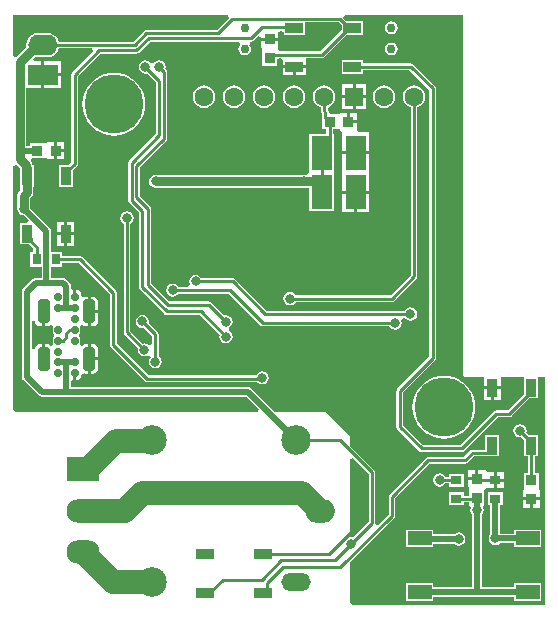
<source format=gbl>
G04*
G04 #@! TF.GenerationSoftware,Altium Limited,Altium Designer,23.4.1 (23)*
G04*
G04 Layer_Physical_Order=2*
G04 Layer_Color=16711680*
%FSLAX44Y44*%
%MOMM*%
G71*
G04*
G04 #@! TF.SameCoordinates,2E05C734-F49D-4732-BD03-9418B1375616*
G04*
G04*
G04 #@! TF.FilePolarity,Positive*
G04*
G01*
G75*
%ADD12C,0.2540*%
%ADD19R,0.8000X0.9500*%
%ADD24R,0.9500X0.9500*%
%ADD25R,0.9500X0.8000*%
%ADD27R,0.9500X0.9500*%
%ADD37R,1.8000X2.9000*%
%ADD72C,2.0000*%
%ADD73C,0.5080*%
%ADD74C,0.7620*%
%ADD75C,0.5000*%
%ADD76C,1.6000*%
%ADD77C,5.0000*%
%ADD78R,1.6000X1.6000*%
%ADD79C,0.7500*%
%ADD80O,2.5000X1.7500*%
%ADD81R,2.5000X1.7500*%
G04:AMPARAMS|DCode=82|XSize=2mm|YSize=1mm|CornerRadius=0.25mm|HoleSize=0mm|Usage=FLASHONLY|Rotation=90.000|XOffset=0mm|YOffset=0mm|HoleType=Round|Shape=RoundedRectangle|*
%AMROUNDEDRECTD82*
21,1,2.0000,0.5000,0,0,90.0*
21,1,1.5000,1.0000,0,0,90.0*
1,1,0.5000,0.2500,0.7500*
1,1,0.5000,0.2500,-0.7500*
1,1,0.5000,-0.2500,-0.7500*
1,1,0.5000,-0.2500,0.7500*
%
%ADD82ROUNDEDRECTD82*%
G04:AMPARAMS|DCode=83|XSize=0.6mm|YSize=0.6mm|CornerRadius=0.15mm|HoleSize=0mm|Usage=FLASHONLY|Rotation=90.000|XOffset=0mm|YOffset=0mm|HoleType=Round|Shape=RoundedRectangle|*
%AMROUNDEDRECTD83*
21,1,0.6000,0.3000,0,0,90.0*
21,1,0.3000,0.6000,0,0,90.0*
1,1,0.3000,0.1500,0.1500*
1,1,0.3000,0.1500,-0.1500*
1,1,0.3000,-0.1500,-0.1500*
1,1,0.3000,-0.1500,0.1500*
%
%ADD83ROUNDEDRECTD83*%
%ADD84O,2.5000X2.0000*%
%ADD85C,2.5000*%
%ADD86O,2.5000X1.5000*%
%ADD87R,2.8000X2.0000*%
%ADD88O,2.8000X2.0000*%
%ADD89C,0.5000*%
%ADD90C,0.8000*%
%ADD91R,2.0000X1.2000*%
%ADD92R,1.5000X0.9000*%
%ADD93R,0.9000X1.5000*%
G36*
X182466Y497460D02*
X172080Y487074D01*
X112750D01*
X111669Y486859D01*
X110753Y486247D01*
X110753Y486247D01*
X101580Y477074D01*
X38675D01*
X37703Y479419D01*
X36060Y481560D01*
X33919Y483203D01*
X31426Y484236D01*
X28750Y484588D01*
X21250D01*
X18574Y484236D01*
X16081Y483203D01*
X13940Y481560D01*
X12297Y479419D01*
X11264Y476926D01*
X10912Y474250D01*
X11078Y472985D01*
X2540Y464447D01*
X100Y465287D01*
X0Y465367D01*
Y500000D01*
X181414D01*
X182466Y497460D01*
D02*
G37*
G36*
X380876Y195000D02*
X381352Y193852D01*
X382500Y193376D01*
X398460D01*
Y185420D01*
X405500D01*
X412540D01*
Y193376D01*
X430054D01*
X432500Y193150D01*
X432500Y190836D01*
Y178684D01*
X418890Y165074D01*
X409000D01*
X409000Y165074D01*
X407919Y164859D01*
X407003Y164247D01*
X407003Y164247D01*
X378330Y135574D01*
X346920D01*
X330074Y152420D01*
Y180330D01*
X356997Y207253D01*
X356997Y207253D01*
X357609Y208169D01*
X357824Y209250D01*
X357824Y209250D01*
Y437500D01*
X357609Y438581D01*
X356997Y439497D01*
X356997Y439497D01*
X338507Y457987D01*
X337591Y458599D01*
X336510Y458814D01*
X336510Y458814D01*
X296015D01*
Y461990D01*
X278015D01*
Y449990D01*
X296015D01*
Y453166D01*
X335340D01*
X352176Y436330D01*
Y210420D01*
X325253Y183497D01*
X324641Y182581D01*
X324426Y181500D01*
X324426Y181500D01*
Y151250D01*
X324426Y151250D01*
X324641Y150169D01*
X325253Y149253D01*
X343753Y130753D01*
X343753Y130753D01*
X344669Y130141D01*
X345750Y129926D01*
X379500D01*
X379500Y129926D01*
X380581Y130141D01*
X381497Y130753D01*
X410170Y159426D01*
X420060D01*
X420060Y159426D01*
X421141Y159641D01*
X422057Y160253D01*
X436954Y175150D01*
X444500D01*
Y190836D01*
X444500Y193150D01*
X446946Y193376D01*
X450000D01*
Y0D01*
X288040D01*
X285500Y2540D01*
Y36506D01*
X322627Y73633D01*
X322627Y73633D01*
X323239Y74549D01*
X323454Y75630D01*
Y90710D01*
X352672Y119928D01*
X382752D01*
X382752Y119928D01*
X383833Y120143D01*
X384749Y120755D01*
X390189Y126195D01*
X399500D01*
Y126150D01*
X411500D01*
Y144150D01*
X399500D01*
Y131843D01*
X389019D01*
X387938Y131628D01*
X387022Y131016D01*
X387022Y131016D01*
X381582Y125576D01*
X351502D01*
X351502Y125576D01*
X350421Y125361D01*
X349505Y124749D01*
X349505Y124749D01*
X318633Y93877D01*
X318021Y92961D01*
X317806Y91880D01*
X317806Y91880D01*
Y76800D01*
X308893Y67887D01*
X306552Y69138D01*
X306574Y69250D01*
Y112500D01*
X306574Y112500D01*
X306359Y113581D01*
X305747Y114497D01*
X305747Y114497D01*
X285500Y134744D01*
Y142533D01*
X264381Y163652D01*
X221616D01*
X201634Y183634D01*
X200311Y184518D01*
X198750Y184828D01*
X198750Y184828D01*
X49078D01*
Y189464D01*
X50500Y190631D01*
X50730D01*
Y196250D01*
X53270D01*
Y190631D01*
X53500D01*
X55076Y190944D01*
X56413Y191837D01*
X57306Y193174D01*
X57619Y194750D01*
Y194927D01*
X59387Y196185D01*
X60159Y196438D01*
X61800Y196111D01*
X63030D01*
Y208750D01*
Y221389D01*
X61800D01*
X59833Y220998D01*
X58166Y219884D01*
X56326Y221437D01*
X56559Y222607D01*
Y225607D01*
X56326Y226778D01*
X55663Y227770D01*
Y229730D01*
X56326Y230722D01*
X56559Y231893D01*
Y234893D01*
X56326Y236063D01*
X58166Y237616D01*
X59833Y236502D01*
X61800Y236111D01*
X63030D01*
Y248750D01*
Y261389D01*
X61800D01*
X60159Y261062D01*
X59387Y261315D01*
X57619Y262573D01*
Y262750D01*
X57306Y264326D01*
X56413Y265663D01*
X55076Y266556D01*
X53500Y266869D01*
X53270D01*
Y261250D01*
X50730D01*
Y266869D01*
X50500D01*
X49078Y268036D01*
Y270250D01*
X48768Y271811D01*
X47884Y273134D01*
X47884Y273134D01*
X44955Y276063D01*
X43632Y276947D01*
X42071Y277257D01*
X42071Y277257D01*
X32078D01*
Y286750D01*
X41500D01*
Y290176D01*
X55330D01*
X81926Y263580D01*
Y220500D01*
X81926Y220500D01*
X82141Y219419D01*
X82753Y218503D01*
X111503Y189753D01*
X111503Y189753D01*
X112419Y189141D01*
X113500Y188926D01*
X113500Y188926D01*
X206523D01*
X206785Y188535D01*
X208604Y187319D01*
X210750Y186892D01*
X212896Y187319D01*
X214715Y188535D01*
X215931Y190354D01*
X216358Y192500D01*
X215931Y194646D01*
X214715Y196465D01*
X212896Y197681D01*
X210750Y198108D01*
X208604Y197681D01*
X206785Y196465D01*
X205569Y194646D01*
X205555Y194574D01*
X114670D01*
X87574Y221670D01*
Y264750D01*
X87574Y264750D01*
X87359Y265831D01*
X86747Y266747D01*
X86747Y266747D01*
X58497Y294997D01*
X57581Y295609D01*
X56500Y295824D01*
X56500Y295824D01*
X41500D01*
Y299250D01*
X32078D01*
Y316500D01*
X32078Y316500D01*
X31768Y318061D01*
X30884Y319384D01*
X30884Y319384D01*
X14318Y335950D01*
X14164Y336724D01*
Y344507D01*
X15278Y345622D01*
X15278Y345622D01*
X16452Y347378D01*
X16864Y349450D01*
Y354435D01*
X17450D01*
Y372435D01*
X16174Y372490D01*
X15762Y374562D01*
X14661Y376210D01*
X14752Y376661D01*
X15749Y378750D01*
X26170D01*
X26250Y378750D01*
X28710Y378557D01*
Y377710D01*
X34730D01*
Y385000D01*
Y392290D01*
X28710D01*
Y391443D01*
X26250Y391250D01*
X26170Y391250D01*
X13750D01*
Y389119D01*
X11164D01*
Y437960D01*
X23730D01*
Y449250D01*
Y460540D01*
X17265D01*
X16318Y462827D01*
X17995Y464504D01*
X18574Y464264D01*
X21250Y463912D01*
X28750D01*
X31426Y464264D01*
X33919Y465297D01*
X36060Y466940D01*
X37703Y469081D01*
X38675Y471426D01*
X66863D01*
X67835Y469079D01*
X50003Y451247D01*
X49391Y450331D01*
X49176Y449250D01*
X49176Y449250D01*
Y375155D01*
X46456Y372435D01*
X38450D01*
Y354435D01*
X50450D01*
Y368441D01*
X53997Y371988D01*
X53997Y371988D01*
X54609Y372904D01*
X54824Y373985D01*
Y448080D01*
X73670Y466926D01*
X104256D01*
X104256Y466926D01*
X105337Y467141D01*
X106253Y467753D01*
X115676Y477176D01*
X191221D01*
X191942Y475442D01*
X192115Y474636D01*
X191055Y473048D01*
X190647Y471000D01*
X191055Y468952D01*
X192215Y467215D01*
X193952Y466055D01*
X196000Y465647D01*
X198048Y466055D01*
X199785Y467215D01*
X200945Y468952D01*
X201353Y471000D01*
X200945Y473048D01*
X199885Y474636D01*
X200058Y475442D01*
X200779Y477176D01*
X201000D01*
X201000Y477176D01*
X202081Y477391D01*
X202997Y478003D01*
X207363Y482369D01*
X209710Y481397D01*
Y480270D01*
X217000D01*
X224290D01*
Y485130D01*
X226819Y486317D01*
X229015Y485725D01*
Y482990D01*
X247015D01*
Y493676D01*
X275310D01*
X278015Y490971D01*
Y487009D01*
X259830Y468824D01*
X225667D01*
X225073Y469494D01*
X224290Y471710D01*
X224290D01*
Y477730D01*
X217000D01*
X209710D01*
Y471710D01*
X210557D01*
X210750Y469250D01*
X210750D01*
Y456750D01*
X223250D01*
Y462488D01*
X225451Y463069D01*
X227975Y461873D01*
Y457260D01*
X248055D01*
X248055Y463030D01*
X250534Y463176D01*
X261000D01*
X261000Y463176D01*
X262081Y463391D01*
X262997Y464003D01*
X281984Y482990D01*
X296015D01*
Y494990D01*
X281984D01*
X279514Y497460D01*
X280566Y500000D01*
X380876D01*
X380876Y195000D01*
D02*
G37*
G36*
X5346Y370247D02*
Y364125D01*
X5450Y363602D01*
Y354435D01*
X6036D01*
Y351693D01*
X4922Y350578D01*
X3748Y348822D01*
X3336Y346750D01*
X3336Y346750D01*
Y336724D01*
X3142Y335750D01*
X3569Y333604D01*
X4785Y331785D01*
X6604Y330569D01*
X8550Y330182D01*
X12951Y325782D01*
X11979Y323435D01*
X5450D01*
Y305435D01*
X13321D01*
X16966Y301790D01*
X16315Y299250D01*
X14500D01*
Y286750D01*
X23922D01*
Y277257D01*
X19179D01*
X19179Y277257D01*
X17618Y276947D01*
X16295Y276063D01*
X8616Y268384D01*
X7732Y267061D01*
X7422Y265500D01*
X7422Y265500D01*
Y193500D01*
X7422Y193500D01*
X7732Y191939D01*
X8616Y190616D01*
X21366Y177866D01*
X22689Y176982D01*
X24250Y176672D01*
X24250Y176672D01*
X44750D01*
X44750Y176672D01*
X44750Y176672D01*
X197061D01*
X207734Y165999D01*
X206762Y163652D01*
X2540Y163652D01*
X0Y166192D01*
Y372133D01*
X100Y372213D01*
X2540Y373053D01*
X5346Y370247D01*
D02*
G37*
G36*
X26970Y236111D02*
X28200D01*
X30166Y236502D01*
X31834Y237616D01*
X33674Y236063D01*
X33441Y234893D01*
Y231893D01*
X33674Y230722D01*
X34337Y229730D01*
Y227770D01*
X33674Y226778D01*
X33441Y225607D01*
Y222607D01*
X33674Y221437D01*
X31834Y219884D01*
X30166Y220998D01*
X28200Y221389D01*
X26970D01*
Y208750D01*
X24430D01*
Y221389D01*
X23200D01*
X21233Y220998D01*
X19566Y219884D01*
X18452Y218216D01*
X18118Y216537D01*
X15578Y216787D01*
Y240713D01*
X18118Y240963D01*
X18452Y239284D01*
X19566Y237616D01*
X21233Y236502D01*
X23200Y236111D01*
X24430D01*
Y248750D01*
X26970D01*
Y236111D01*
D02*
G37*
G36*
X300926Y111330D02*
Y70420D01*
X288040Y57534D01*
X285500Y58162D01*
X285500Y123437D01*
X287847Y124409D01*
X300926Y111330D01*
D02*
G37*
%LPC*%
G36*
X320000Y494353D02*
X317952Y493945D01*
X316215Y492785D01*
X315055Y491048D01*
X314647Y489000D01*
X315055Y486952D01*
X316215Y485215D01*
X317952Y484055D01*
X320000Y483647D01*
X322048Y484055D01*
X323785Y485215D01*
X324945Y486952D01*
X325353Y489000D01*
X324945Y491048D01*
X323785Y492785D01*
X322048Y493945D01*
X320000Y494353D01*
D02*
G37*
G36*
Y476353D02*
X317952Y475945D01*
X316215Y474785D01*
X315055Y473049D01*
X314647Y471000D01*
X315055Y468952D01*
X316215Y467215D01*
X317952Y466055D01*
X320000Y465647D01*
X322048Y466055D01*
X323785Y467215D01*
X324945Y468952D01*
X325353Y471000D01*
X324945Y473049D01*
X323785Y474785D01*
X322048Y475945D01*
X320000Y476353D01*
D02*
G37*
G36*
X123500Y461358D02*
X121354Y460931D01*
X119535Y459715D01*
X119093Y459054D01*
X116157D01*
X115715Y459715D01*
X113896Y460931D01*
X111750Y461358D01*
X109604Y460931D01*
X107785Y459715D01*
X106569Y457896D01*
X106142Y455750D01*
X106569Y453604D01*
X107785Y451785D01*
X109604Y450569D01*
X111750Y450142D01*
X113096Y450410D01*
X120426Y443080D01*
Y398920D01*
X98213Y376707D01*
X97601Y375791D01*
X97386Y374710D01*
X97386Y374710D01*
Y342540D01*
X97386Y342540D01*
X97601Y341459D01*
X98213Y340543D01*
X106176Y332580D01*
Y269625D01*
X106176Y269625D01*
X106391Y268544D01*
X107003Y267628D01*
X127878Y246753D01*
X127878Y246753D01*
X128794Y246141D01*
X129875Y245926D01*
X129875Y245926D01*
X157580D01*
X174660Y228846D01*
X174392Y227500D01*
X174819Y225354D01*
X176035Y223535D01*
X177854Y222319D01*
X180000Y221892D01*
X182146Y222319D01*
X183965Y223535D01*
X185181Y225354D01*
X185608Y227500D01*
X185181Y229646D01*
X183965Y231465D01*
X182658Y232339D01*
X182439Y233398D01*
Y234102D01*
X182658Y235161D01*
X183965Y236035D01*
X185181Y237854D01*
X185608Y240000D01*
X185181Y242146D01*
X183965Y243965D01*
X182146Y245181D01*
X180000Y245608D01*
X178654Y245340D01*
X167655Y256339D01*
X166739Y256951D01*
X165658Y257166D01*
X165658Y257166D01*
X132078D01*
X116574Y272670D01*
Y335750D01*
X116359Y336831D01*
X115747Y337747D01*
X107074Y346420D01*
Y370580D01*
X129497Y393003D01*
X130109Y393919D01*
X130324Y395000D01*
X130324Y395000D01*
Y451750D01*
X130109Y452831D01*
X129497Y453747D01*
X129497Y453747D01*
X128840Y454404D01*
X129108Y455750D01*
X128681Y457896D01*
X127465Y459715D01*
X125646Y460931D01*
X123500Y461358D01*
D02*
G37*
G36*
X40040Y460540D02*
X26270D01*
Y450520D01*
X40040D01*
Y460540D01*
D02*
G37*
G36*
X248055Y454720D02*
X239285D01*
Y448950D01*
X248055D01*
Y454720D01*
D02*
G37*
G36*
X236745D02*
X227975D01*
Y448950D01*
X236745D01*
Y454720D01*
D02*
G37*
G36*
X40040Y447980D02*
X26270D01*
Y437960D01*
X40040D01*
Y447980D01*
D02*
G37*
G36*
X299040Y441140D02*
X289770D01*
Y431870D01*
X299040D01*
Y441140D01*
D02*
G37*
G36*
X287230D02*
X277960D01*
Y431870D01*
X287230D01*
Y441140D01*
D02*
G37*
G36*
X313900Y440182D02*
X311420Y439855D01*
X309109Y438898D01*
X307125Y437375D01*
X305602Y435391D01*
X304645Y433080D01*
X304318Y430600D01*
X304645Y428120D01*
X305602Y425809D01*
X307125Y423825D01*
X309109Y422302D01*
X311420Y421344D01*
X313900Y421018D01*
X316380Y421344D01*
X318691Y422302D01*
X320676Y423825D01*
X322198Y425809D01*
X323156Y428120D01*
X323482Y430600D01*
X323156Y433080D01*
X322198Y435391D01*
X320676Y437375D01*
X318691Y438898D01*
X316380Y439855D01*
X313900Y440182D01*
D02*
G37*
G36*
X237700D02*
X235220Y439855D01*
X232909Y438898D01*
X230925Y437375D01*
X229402Y435391D01*
X228445Y433080D01*
X228118Y430600D01*
X228445Y428120D01*
X229402Y425809D01*
X230925Y423825D01*
X232909Y422302D01*
X235220Y421344D01*
X237700Y421018D01*
X240180Y421344D01*
X242491Y422302D01*
X244475Y423825D01*
X245998Y425809D01*
X246956Y428120D01*
X247282Y430600D01*
X246956Y433080D01*
X245998Y435391D01*
X244475Y437375D01*
X242491Y438898D01*
X240180Y439855D01*
X237700Y440182D01*
D02*
G37*
G36*
X212300D02*
X209820Y439855D01*
X207509Y438898D01*
X205525Y437375D01*
X204002Y435391D01*
X203045Y433080D01*
X202718Y430600D01*
X203045Y428120D01*
X204002Y425809D01*
X205525Y423825D01*
X207509Y422302D01*
X209820Y421344D01*
X212300Y421018D01*
X214780Y421344D01*
X217091Y422302D01*
X219076Y423825D01*
X220598Y425809D01*
X221556Y428120D01*
X221882Y430600D01*
X221556Y433080D01*
X220598Y435391D01*
X219076Y437375D01*
X217091Y438898D01*
X214780Y439855D01*
X212300Y440182D01*
D02*
G37*
G36*
X186900D02*
X184420Y439855D01*
X182109Y438898D01*
X180125Y437375D01*
X178602Y435391D01*
X177645Y433080D01*
X177318Y430600D01*
X177645Y428120D01*
X178602Y425809D01*
X180125Y423825D01*
X182109Y422302D01*
X184420Y421344D01*
X186900Y421018D01*
X189380Y421344D01*
X191691Y422302D01*
X193675Y423825D01*
X195198Y425809D01*
X196155Y428120D01*
X196482Y430600D01*
X196155Y433080D01*
X195198Y435391D01*
X193675Y437375D01*
X191691Y438898D01*
X189380Y439855D01*
X186900Y440182D01*
D02*
G37*
G36*
X161500D02*
X159020Y439855D01*
X156709Y438898D01*
X154725Y437375D01*
X153202Y435391D01*
X152245Y433080D01*
X151918Y430600D01*
X152245Y428120D01*
X153202Y425809D01*
X154725Y423825D01*
X156709Y422302D01*
X159020Y421344D01*
X161500Y421018D01*
X163980Y421344D01*
X166291Y422302D01*
X168276Y423825D01*
X169798Y425809D01*
X170756Y428120D01*
X171082Y430600D01*
X170756Y433080D01*
X169798Y435391D01*
X168276Y437375D01*
X166291Y438898D01*
X163980Y439855D01*
X161500Y440182D01*
D02*
G37*
G36*
X299040Y429330D02*
X289770D01*
Y420060D01*
X299040D01*
Y429330D01*
D02*
G37*
G36*
X287230D02*
X277960D01*
Y420060D01*
X287230D01*
Y429330D01*
D02*
G37*
G36*
X291040Y416540D02*
X285020D01*
Y410520D01*
X291040D01*
Y416540D01*
D02*
G37*
G36*
X85160Y450832D02*
X81002Y450505D01*
X76946Y449531D01*
X73092Y447935D01*
X69535Y445755D01*
X66364Y443046D01*
X63655Y439874D01*
X61475Y436318D01*
X59879Y432464D01*
X58905Y428408D01*
X58578Y424250D01*
X58905Y420092D01*
X59879Y416036D01*
X61475Y412182D01*
X63655Y408625D01*
X66364Y405454D01*
X69535Y402745D01*
X73092Y400565D01*
X76946Y398969D01*
X81002Y397995D01*
X85160Y397668D01*
X89318Y397995D01*
X93374Y398969D01*
X97228Y400565D01*
X100785Y402745D01*
X103956Y405454D01*
X106665Y408625D01*
X108845Y412182D01*
X110441Y416036D01*
X111415Y420092D01*
X111742Y424250D01*
X111415Y428408D01*
X110441Y432464D01*
X108845Y436318D01*
X106665Y439874D01*
X103956Y443046D01*
X100785Y445755D01*
X97228Y447935D01*
X93374Y449531D01*
X89318Y450505D01*
X85160Y450832D01*
D02*
G37*
G36*
X43290Y392290D02*
X37270D01*
Y386270D01*
X43290D01*
Y392290D01*
D02*
G37*
G36*
X263100Y440182D02*
X260620Y439855D01*
X258309Y438898D01*
X256325Y437375D01*
X254802Y435391D01*
X253845Y433080D01*
X253518Y430600D01*
X253845Y428120D01*
X254802Y425809D01*
X256325Y423825D01*
X258309Y422302D01*
X260276Y421487D01*
Y418790D01*
X260276Y418790D01*
X260491Y417709D01*
X261103Y416793D01*
X261446Y416450D01*
Y412730D01*
X261446Y412730D01*
X261500Y412457D01*
Y403000D01*
X264926D01*
Y399250D01*
X250500D01*
Y367250D01*
X250500D01*
Y366954D01*
X248513Y364414D01*
X247474D01*
X246500Y364608D01*
X245526Y364414D01*
X121474D01*
X120500Y364608D01*
X118354Y364181D01*
X116535Y362965D01*
X115319Y361146D01*
X114892Y359000D01*
X115319Y356854D01*
X116535Y355035D01*
X118354Y353819D01*
X120500Y353392D01*
X121474Y353586D01*
X245526D01*
X246500Y353392D01*
X247474Y353586D01*
X250500D01*
Y333750D01*
X271500D01*
Y365750D01*
X271500D01*
Y367250D01*
X271500D01*
Y399250D01*
X270574D01*
Y403000D01*
X273920D01*
X274000Y403000D01*
X276460Y402807D01*
Y401960D01*
X276612D01*
X278460Y400290D01*
X278460Y399420D01*
Y384520D01*
X290000D01*
X301540D01*
Y400290D01*
X292888D01*
X291040Y401960D01*
X291040Y402830D01*
Y407980D01*
X283750D01*
Y409250D01*
X282480D01*
Y416540D01*
X276460D01*
Y415693D01*
X274000Y415500D01*
X273920Y415500D01*
X268466D01*
X267094Y417620D01*
X266879Y418701D01*
X266586Y419141D01*
X266937Y421427D01*
X267147Y421993D01*
X267891Y422302D01*
X269876Y423825D01*
X271398Y425809D01*
X272355Y428120D01*
X272682Y430600D01*
X272355Y433080D01*
X271398Y435391D01*
X269876Y437375D01*
X267891Y438898D01*
X265580Y439855D01*
X263100Y440182D01*
D02*
G37*
G36*
X43290Y383730D02*
X37270D01*
Y377710D01*
X43290D01*
Y383730D01*
D02*
G37*
G36*
X301540Y381980D02*
X290000D01*
X278460D01*
Y366210D01*
Y351020D01*
X290000D01*
X301540D01*
Y366210D01*
Y381980D01*
D02*
G37*
G36*
Y348480D02*
X291270D01*
Y332710D01*
X301540D01*
Y348480D01*
D02*
G37*
G36*
X288730D02*
X278460D01*
Y332710D01*
X288730D01*
Y348480D01*
D02*
G37*
G36*
X51490Y324475D02*
X45720D01*
Y315705D01*
X51490D01*
Y324475D01*
D02*
G37*
G36*
X43180D02*
X37410D01*
Y315705D01*
X43180D01*
Y324475D01*
D02*
G37*
G36*
X51490Y313165D02*
X45720D01*
Y304395D01*
X51490D01*
Y313165D01*
D02*
G37*
G36*
X43180D02*
X37410D01*
Y304395D01*
X43180D01*
Y313165D01*
D02*
G37*
G36*
X154463Y279895D02*
X152317Y279468D01*
X150498Y278252D01*
X149282Y276433D01*
X148855Y274287D01*
X149282Y272141D01*
X149300Y272114D01*
X147942Y269574D01*
X139728D01*
X138965Y270715D01*
X137146Y271931D01*
X135000Y272358D01*
X132854Y271931D01*
X131035Y270715D01*
X129819Y268896D01*
X129392Y266750D01*
X129819Y264604D01*
X131035Y262785D01*
X132854Y261569D01*
X135000Y261142D01*
X137146Y261569D01*
X138965Y262785D01*
X139728Y263926D01*
X182330D01*
X209003Y237253D01*
X209919Y236641D01*
X211000Y236426D01*
X211000Y236426D01*
X318272D01*
X319285Y234909D01*
X321104Y233694D01*
X323250Y233267D01*
X325396Y233694D01*
X327215Y234909D01*
X328431Y236729D01*
X328858Y238875D01*
X328500Y240671D01*
X329995Y242903D01*
X331999Y242962D01*
X332285Y242535D01*
X334104Y241319D01*
X336250Y240892D01*
X338396Y241319D01*
X340215Y242535D01*
X341431Y244354D01*
X341858Y246500D01*
X341431Y248646D01*
X340215Y250465D01*
X338396Y251681D01*
X336250Y252108D01*
X334104Y251681D01*
X332285Y250465D01*
X331522Y249324D01*
X214670D01*
X187710Y276284D01*
X186794Y276896D01*
X185713Y277111D01*
X185713Y277111D01*
X159191D01*
X158428Y278252D01*
X156609Y279468D01*
X154463Y279895D01*
D02*
G37*
G36*
X339300Y440182D02*
X336820Y439855D01*
X334509Y438898D01*
X332525Y437375D01*
X331002Y435391D01*
X330045Y433080D01*
X329718Y430600D01*
X330045Y428120D01*
X331002Y425809D01*
X332525Y423825D01*
X334509Y422302D01*
X336476Y421487D01*
Y279510D01*
X319398Y262432D01*
X238978D01*
X238215Y263573D01*
X236396Y264789D01*
X234250Y265215D01*
X232104Y264789D01*
X230285Y263573D01*
X229069Y261754D01*
X228642Y259608D01*
X229069Y257462D01*
X230285Y255643D01*
X232104Y254427D01*
X234250Y254000D01*
X236396Y254427D01*
X238215Y255643D01*
X238978Y256784D01*
X320568D01*
X320568Y256783D01*
X321649Y256998D01*
X322565Y257611D01*
X341297Y276343D01*
X341297Y276343D01*
X341909Y277259D01*
X342124Y278340D01*
X342124Y278340D01*
Y421487D01*
X344091Y422302D01*
X346076Y423825D01*
X347598Y425809D01*
X348555Y428120D01*
X348882Y430600D01*
X348555Y433080D01*
X347598Y435391D01*
X346076Y437375D01*
X344091Y438898D01*
X341780Y439855D01*
X339300Y440182D01*
D02*
G37*
G36*
X66800Y261389D02*
X65570D01*
Y250020D01*
X71939D01*
Y256250D01*
X71548Y258216D01*
X70434Y259884D01*
X68766Y260998D01*
X66800Y261389D01*
D02*
G37*
G36*
X71939Y247480D02*
X65570D01*
Y236111D01*
X66800D01*
X68766Y236502D01*
X70434Y237616D01*
X71548Y239284D01*
X71939Y241250D01*
Y247480D01*
D02*
G37*
G36*
X66800Y221389D02*
X65570D01*
Y210020D01*
X71939D01*
Y216250D01*
X71548Y218216D01*
X70434Y219884D01*
X68766Y220998D01*
X66800Y221389D01*
D02*
G37*
G36*
X96250Y333358D02*
X94104Y332931D01*
X92285Y331715D01*
X91069Y329896D01*
X90642Y327750D01*
X91069Y325604D01*
X92285Y323785D01*
X93426Y323022D01*
Y231000D01*
X93426Y231000D01*
X93641Y229919D01*
X94253Y229003D01*
X105660Y217596D01*
X105392Y216250D01*
X105819Y214104D01*
X107035Y212285D01*
X108854Y211069D01*
X111000Y210642D01*
X113146Y211069D01*
X114748Y212140D01*
X116285Y210215D01*
X115069Y208396D01*
X114642Y206250D01*
X115069Y204104D01*
X116285Y202285D01*
X118104Y201069D01*
X120250Y200642D01*
X122396Y201069D01*
X124215Y202285D01*
X125431Y204104D01*
X125858Y206250D01*
X125431Y208396D01*
X124215Y210215D01*
X123074Y210978D01*
Y229250D01*
X123074Y229250D01*
X122859Y230331D01*
X122247Y231247D01*
X114590Y238904D01*
X114858Y240250D01*
X114431Y242396D01*
X113215Y244215D01*
X111396Y245431D01*
X109250Y245858D01*
X107104Y245431D01*
X105285Y244215D01*
X104069Y242396D01*
X103642Y240250D01*
X104069Y238104D01*
X105285Y236285D01*
X107104Y235069D01*
X109250Y234642D01*
X110596Y234910D01*
X117426Y228080D01*
Y221105D01*
X115370Y220361D01*
X114886Y220268D01*
X113146Y221431D01*
X111000Y221858D01*
X109654Y221590D01*
X99074Y232170D01*
Y323022D01*
X100215Y323785D01*
X101431Y325604D01*
X101858Y327750D01*
X101431Y329896D01*
X100215Y331715D01*
X98396Y332931D01*
X96250Y333358D01*
D02*
G37*
G36*
X71939Y207480D02*
X65570D01*
Y196111D01*
X66800D01*
X68766Y196502D01*
X70434Y197616D01*
X71548Y199284D01*
X71939Y201250D01*
Y207480D01*
D02*
G37*
G36*
X412540Y182880D02*
X406770D01*
Y174110D01*
X412540D01*
Y182880D01*
D02*
G37*
G36*
X404230D02*
X398460D01*
Y174110D01*
X404230D01*
Y182880D01*
D02*
G37*
G36*
X364560Y194292D02*
X360402Y193965D01*
X356346Y192991D01*
X352492Y191395D01*
X348936Y189215D01*
X345764Y186506D01*
X343055Y183335D01*
X340875Y179778D01*
X339279Y175924D01*
X338305Y171868D01*
X337978Y167710D01*
X338305Y163552D01*
X339279Y159496D01*
X340875Y155642D01*
X343055Y152086D01*
X345764Y148914D01*
X348936Y146205D01*
X352492Y144025D01*
X356346Y142429D01*
X360402Y141455D01*
X364560Y141128D01*
X368718Y141455D01*
X372774Y142429D01*
X376628Y144025D01*
X380185Y146205D01*
X383356Y148914D01*
X386065Y152086D01*
X388245Y155642D01*
X389841Y159496D01*
X390815Y163552D01*
X391142Y167710D01*
X390815Y171868D01*
X389841Y175924D01*
X388245Y179778D01*
X386065Y183335D01*
X383356Y186506D01*
X380185Y189215D01*
X376628Y191395D01*
X372774Y192991D01*
X368718Y193965D01*
X364560Y194292D01*
D02*
G37*
G36*
X391230Y114290D02*
X385210D01*
Y108270D01*
X391230D01*
Y114290D01*
D02*
G37*
G36*
X409270Y112540D02*
Y107270D01*
X415290D01*
Y112540D01*
X409270D01*
D02*
G37*
G36*
X361000Y111608D02*
X358854Y111181D01*
X357035Y109965D01*
X355819Y108146D01*
X355392Y106000D01*
X355819Y103854D01*
X357035Y102035D01*
X358854Y100819D01*
X361000Y100392D01*
X363146Y100819D01*
X364965Y102035D01*
X365728Y103176D01*
X368750D01*
Y100500D01*
X381250D01*
Y111500D01*
X368750D01*
Y108824D01*
X365728D01*
X364965Y109965D01*
X363146Y111181D01*
X361000Y111608D01*
D02*
G37*
G36*
X415290Y104730D02*
X409270D01*
Y99460D01*
X415290D01*
Y104730D01*
D02*
G37*
G36*
X399790Y114290D02*
X398895Y114290D01*
X393770D01*
Y107000D01*
X392500D01*
Y105730D01*
X385210D01*
Y99710D01*
X386057D01*
X386250Y97250D01*
X386250Y97170D01*
Y92824D01*
X381250D01*
Y95500D01*
X368750D01*
Y84500D01*
X381250D01*
Y87176D01*
X385974D01*
X386250Y84750D01*
X386250D01*
X387263Y82520D01*
X387282Y82210D01*
X386892Y80250D01*
X387319Y78104D01*
X388381Y76515D01*
Y15619D01*
X355500D01*
Y19000D01*
X332500D01*
Y4000D01*
X355500D01*
Y7381D01*
X424000D01*
Y4000D01*
X447000D01*
Y19000D01*
X424000D01*
Y15619D01*
X396619D01*
Y76515D01*
X397681Y78104D01*
X398108Y80250D01*
X397718Y82210D01*
X397737Y82520D01*
X398750Y84750D01*
X398750D01*
Y97170D01*
X398879Y97933D01*
X400710Y99460D01*
X402226Y99460D01*
X406730D01*
Y106000D01*
Y112540D01*
X401605Y112540D01*
X399790Y114290D01*
D02*
G37*
G36*
X429000Y153358D02*
X426854Y152931D01*
X425035Y151715D01*
X423819Y149896D01*
X423392Y147750D01*
X423819Y145604D01*
X425035Y143785D01*
X426854Y142569D01*
X429000Y142142D01*
X430262Y142393D01*
X432500Y140156D01*
Y126150D01*
X435676D01*
Y112250D01*
X432250D01*
Y99830D01*
X432250Y99750D01*
X432057Y97290D01*
X431210D01*
Y91270D01*
X445790D01*
Y97290D01*
X444943D01*
X444750Y99750D01*
X444750Y99830D01*
Y112250D01*
X441324D01*
Y126150D01*
X444500D01*
Y144150D01*
X436494D01*
X434323Y146321D01*
X434608Y147750D01*
X434181Y149896D01*
X432965Y151715D01*
X431146Y152931D01*
X429000Y153358D01*
D02*
G37*
G36*
X445790Y88730D02*
X439770D01*
Y82710D01*
X445790D01*
Y88730D01*
D02*
G37*
G36*
X437230D02*
X431210D01*
Y82710D01*
X437230D01*
Y88730D01*
D02*
G37*
G36*
X355500Y64000D02*
X332500D01*
Y49000D01*
X355500D01*
Y52131D01*
X372971D01*
X373035Y52035D01*
X374854Y50819D01*
X377000Y50392D01*
X379146Y50819D01*
X380965Y52035D01*
X382181Y53854D01*
X382608Y56000D01*
X382181Y58146D01*
X380965Y59965D01*
X379146Y61181D01*
X377000Y61608D01*
X374854Y61181D01*
X373639Y60369D01*
X355500D01*
Y64000D01*
D02*
G37*
G36*
X414250Y95500D02*
X401750D01*
Y84500D01*
X403881D01*
Y60235D01*
X402819Y58646D01*
X402392Y56500D01*
X402819Y54354D01*
X404035Y52535D01*
X405854Y51319D01*
X408000Y50892D01*
X410146Y51319D01*
X411735Y52381D01*
X424000D01*
Y49000D01*
X447000D01*
Y64000D01*
X424000D01*
Y60619D01*
X412119D01*
Y84500D01*
X414250D01*
Y95500D01*
D02*
G37*
%LPD*%
D12*
X237755Y489250D02*
X238015Y488990D01*
X210250Y489250D02*
X237755D01*
X201000Y480000D02*
X210250Y489250D01*
X336510Y455990D02*
X355000Y437500D01*
X287015Y455990D02*
X336510D01*
X355000Y209250D02*
Y437500D01*
X382752Y122752D02*
X389019Y129019D01*
X405500Y132249D02*
Y135150D01*
X389019Y129019D02*
X402270D01*
X405500Y132249D01*
X351502Y122752D02*
X382752D01*
X277000Y32000D02*
X320630Y75630D01*
Y91880D02*
X351502Y122752D01*
X320630Y75630D02*
Y91880D01*
X327250Y151250D02*
X345750Y132750D01*
X379500D01*
X409000Y162250D01*
X320568Y259608D02*
X339300Y278340D01*
X234250Y259608D02*
X320568D01*
X130908Y254342D02*
X165658D01*
X113750Y271500D02*
Y335750D01*
Y271500D02*
X130908Y254342D01*
X129875Y248750D02*
X158750D01*
X109000Y269625D02*
Y333750D01*
Y269625D02*
X129875Y248750D01*
X165658Y254342D02*
X180000Y240000D01*
X158750Y248750D02*
X180000Y227500D01*
X135000Y266750D02*
X183500D01*
X211000Y239250D02*
X322875D01*
X183500Y266750D02*
X211000Y239250D01*
X154463Y274287D02*
X185713D01*
X213500Y246500D02*
X336250D01*
X185713Y274287D02*
X213500Y246500D01*
X20250Y293250D02*
Y302500D01*
X11450Y314435D02*
X14680Y311205D01*
Y308070D02*
Y311205D01*
Y308070D02*
X20250Y302500D01*
X20000Y293000D02*
X20250Y293250D01*
X100210Y342540D02*
X109000Y333750D01*
X100210Y342540D02*
Y374710D01*
X104250Y345250D02*
X113750Y335750D01*
X104250Y345250D02*
Y371750D01*
X173250Y484250D02*
X185500Y496500D01*
X276480D02*
X280760Y492220D01*
X185500Y496500D02*
X276480D01*
X52000Y449250D02*
X72500Y469750D01*
X104256D02*
X114506Y480000D01*
X72500Y469750D02*
X104256D01*
X102750Y474250D02*
X112750Y484250D01*
X173250D01*
X44450Y366435D02*
X52000Y373985D01*
Y449250D01*
X44450Y363435D02*
Y366435D01*
X114506Y480000D02*
X196000D01*
X272420Y37920D02*
X286250Y51750D01*
X276250Y140000D02*
X303750Y112500D01*
X286250Y51750D02*
X303750Y69250D01*
Y112500D01*
X228000Y32000D02*
X277000D01*
X267500Y43000D02*
X294750Y70250D01*
X295000D01*
X211500Y43000D02*
X267500D01*
X283990Y488990D02*
Y489015D01*
X280785Y492220D02*
X283990Y489015D01*
X280760Y492220D02*
X280785D01*
X25000Y474250D02*
X102750D01*
X283990Y488990D02*
X287015D01*
X239500Y140000D02*
X276250D01*
X361000Y106000D02*
X375000D01*
X376463Y105463D02*
X377000Y106000D01*
X438500Y135150D02*
Y138150D01*
X429000Y147650D02*
X438500Y138150D01*
X429000Y147650D02*
Y147750D01*
X409000Y162250D02*
X420060D01*
X438500Y180690D01*
X210000Y191750D02*
X210750Y192500D01*
X113500Y191750D02*
X210000D01*
X84750Y220500D02*
X113500Y191750D01*
X84750Y220500D02*
Y264750D01*
X264270Y412730D02*
X267750Y409250D01*
X264270Y412730D02*
Y417620D01*
X263100Y418790D02*
X264270Y417620D01*
X263100Y418790D02*
Y430600D01*
X261000Y353810D02*
Y383250D01*
X104250Y371750D02*
X127500Y395000D01*
X123250Y397750D02*
Y444250D01*
X100210Y374710D02*
X123250Y397750D01*
X127500Y395000D02*
Y451750D01*
X267750Y390000D02*
Y409250D01*
X261000Y383250D02*
X267750Y390000D01*
X393500Y106000D02*
X408000D01*
X392500Y107000D02*
X393500Y106000D01*
X392125Y90625D02*
X392500Y91000D01*
X391500Y90000D02*
X392125Y90625D01*
X377000Y90000D02*
X391500D01*
X327250Y181500D02*
X355000Y209250D01*
X327250Y151250D02*
Y181500D01*
X226736Y37920D02*
X272420D01*
X165500Y10000D02*
X177250Y21750D01*
X210566D02*
X226736Y37920D01*
X177250Y21750D02*
X210566D01*
X111750Y455750D02*
X123250Y444250D01*
X123500Y455750D02*
X127500Y451750D01*
X196000Y480000D02*
X201000D01*
X196000Y480000D02*
X196000Y480000D01*
X120250Y206250D02*
Y229250D01*
X36000Y293000D02*
X56500D01*
X84750Y264750D01*
X96250Y231000D02*
X111000Y216250D01*
X96250Y231000D02*
Y327750D01*
X109250Y240250D02*
X120250Y229250D01*
X322875Y239250D02*
X323250Y238875D01*
X217000Y479000D02*
X219001Y476999D01*
X45000Y226845D02*
Y230655D01*
X42262Y224107D02*
X45000Y226845D01*
X38000Y224107D02*
X42262D01*
X47738Y233393D02*
X52000D01*
X45000Y230655D02*
X47738Y233393D01*
X215000Y19000D02*
X228000Y32000D01*
X215000Y13500D02*
Y19000D01*
X211500Y10000D02*
X215000Y13500D01*
X162500Y10000D02*
X165500D01*
X438500Y105999D02*
Y135150D01*
X261000Y466000D02*
X283990Y488990D01*
X217000Y463000D02*
X220000Y466000D01*
X261000D01*
X438500Y180690D02*
Y184150D01*
X339300Y278340D02*
Y430600D01*
D19*
X20000Y293000D02*
D03*
X36000D02*
D03*
D24*
X283750Y409250D02*
D03*
X267750D02*
D03*
X36000Y385000D02*
D03*
X20000D02*
D03*
D25*
X408000Y106000D02*
D03*
Y90000D02*
D03*
X375000D02*
D03*
Y106000D02*
D03*
D27*
X438500Y106000D02*
D03*
Y90000D02*
D03*
X392500Y91000D02*
D03*
Y107000D02*
D03*
X217000Y479000D02*
D03*
Y463000D02*
D03*
D37*
X261000Y349750D02*
D03*
X290000D02*
D03*
X261000Y383250D02*
D03*
X290000D02*
D03*
D72*
X59000Y45000D02*
X84001Y20000D01*
X117500D01*
X86543Y139043D02*
X116543D01*
X63000Y115500D02*
X86543Y139043D01*
X59000Y115000D02*
X63000D01*
Y115500D01*
X116543Y139043D02*
X117500Y140000D01*
X59000Y80000D02*
X94250D01*
X109250Y95000D01*
X244500D01*
X259500Y80000D01*
D73*
X392500Y11500D02*
Y80250D01*
X344000Y11500D02*
X392500D01*
Y80250D02*
Y90251D01*
Y11500D02*
X435500D01*
X392125Y90625D02*
X392500Y90251D01*
X408000Y56500D02*
Y90000D01*
Y56500D02*
X408000Y56500D01*
X435500D01*
X376750Y56250D02*
X377000Y56000D01*
X344000Y56500D02*
X344250Y56250D01*
X376750D01*
X9500Y385000D02*
X20000D01*
X20000Y474250D02*
X25000D01*
D74*
X246500Y359000D02*
X255810D01*
X120500D02*
X246500D01*
X261000Y349750D02*
Y353810D01*
X255810Y359000D02*
X261000Y353810D01*
X11450Y363435D02*
Y363920D01*
Y349450D02*
Y363435D01*
X8750Y335750D02*
Y346750D01*
X10760Y364125D02*
Y372490D01*
X5750Y377500D02*
X10760Y372490D01*
X5750Y377500D02*
Y460000D01*
X8750Y346750D02*
X11450Y349450D01*
X5750Y460000D02*
X20000Y474250D01*
D75*
X24250Y180750D02*
X44750D01*
X11500Y193500D02*
Y265500D01*
Y193500D02*
X24250Y180750D01*
X44750D02*
X198750D01*
X45000Y181000D02*
Y205536D01*
X44750Y180750D02*
X45000Y181000D01*
X198750Y180750D02*
X239500Y140000D01*
X8750Y335750D02*
X28000Y316500D01*
Y273406D02*
Y316500D01*
X45000Y205536D02*
X52000D01*
X38000D02*
X45000D01*
X19179Y273179D02*
X42071D01*
X11500Y265500D02*
X19179Y273179D01*
X38000Y205536D02*
X38000Y205536D01*
X52000D02*
X52000Y205536D01*
X45000Y251964D02*
X52000D01*
X38000D02*
X45000D01*
X38000Y251964D02*
X38000Y251964D01*
X52000D02*
X52000Y251964D01*
X45000Y251964D02*
Y270250D01*
X42071Y273179D02*
X45000Y270250D01*
D76*
X161500Y430600D02*
D03*
X339300D02*
D03*
X313900D02*
D03*
X212300D02*
D03*
X186900D02*
D03*
X237700D02*
D03*
X263100D02*
D03*
D77*
X85160Y424250D02*
D03*
X364560Y167710D02*
D03*
D78*
X288500Y430600D02*
D03*
D79*
X196000Y471000D02*
D03*
Y489000D02*
D03*
X320000Y489000D02*
D03*
Y471000D02*
D03*
D80*
X25000Y474250D02*
D03*
D81*
Y449250D02*
D03*
D82*
X64300Y248750D02*
D03*
Y208750D02*
D03*
X25700Y248750D02*
D03*
Y208750D02*
D03*
D83*
X52000Y261250D02*
D03*
Y251964D02*
D03*
Y242679D02*
D03*
Y233393D02*
D03*
Y224107D02*
D03*
Y205536D02*
D03*
Y196250D02*
D03*
X38000Y261250D02*
D03*
Y251964D02*
D03*
Y233393D02*
D03*
Y224107D02*
D03*
Y214821D02*
D03*
Y205536D02*
D03*
Y196250D02*
D03*
D84*
X259500Y80000D02*
D03*
D85*
X117500Y20000D02*
D03*
X239500Y140000D02*
D03*
X117500Y140000D02*
D03*
D86*
X239500Y20000D02*
D03*
D87*
X59000Y115000D02*
D03*
D88*
Y80000D02*
D03*
Y45000D02*
D03*
D89*
X156250Y220250D02*
D03*
X145250D02*
D03*
X134250D02*
D03*
X156250Y231250D02*
D03*
X145250D02*
D03*
X134250D02*
D03*
X156250Y242250D02*
D03*
X145250D02*
D03*
X134250D02*
D03*
D90*
X322500Y412500D02*
D03*
X182500Y380000D02*
D03*
X170000Y372500D02*
D03*
X147500Y415000D02*
D03*
X442500Y77500D02*
D03*
X409029Y119410D02*
D03*
X440000Y162500D02*
D03*
X397500Y167500D02*
D03*
X420000Y185000D02*
D03*
X425000Y77500D02*
D03*
X407500Y30000D02*
D03*
X377500D02*
D03*
X327500Y65000D02*
D03*
X342500Y97500D02*
D03*
X330000Y120000D02*
D03*
X65000Y170000D02*
D03*
X10000Y175000D02*
D03*
X135000Y170000D02*
D03*
X192500D02*
D03*
X282500Y160000D02*
D03*
X252500Y215000D02*
D03*
Y227500D02*
D03*
X220000Y257500D02*
D03*
X337500Y262500D02*
D03*
X327500Y350000D02*
D03*
X310000D02*
D03*
X327500Y385000D02*
D03*
X310000D02*
D03*
X365254Y494557D02*
D03*
X285000Y472500D02*
D03*
X255000Y480000D02*
D03*
Y455000D02*
D03*
X137500Y440000D02*
D03*
X85000Y490000D02*
D03*
X67500D02*
D03*
X50000D02*
D03*
X25000Y370000D02*
D03*
X37500Y397500D02*
D03*
X25000D02*
D03*
X122500Y290000D02*
D03*
X155000Y287500D02*
D03*
X180000Y255000D02*
D03*
Y207500D02*
D03*
X65000Y267500D02*
D03*
X45000Y332500D02*
D03*
X67500Y327500D02*
D03*
X295545Y91545D02*
D03*
X327750Y30250D02*
D03*
X234250Y259608D02*
D03*
X295000Y70250D02*
D03*
X392500Y80250D02*
D03*
X361000Y106000D02*
D03*
X429000Y147750D02*
D03*
X210750Y192500D02*
D03*
X246500Y359000D02*
D03*
X120500D02*
D03*
X408000Y56500D02*
D03*
X377000Y56000D02*
D03*
X290000Y14000D02*
D03*
X286250Y51750D02*
D03*
X111750Y455750D02*
D03*
X123500D02*
D03*
X8750Y335750D02*
D03*
X120250Y206250D02*
D03*
X96250Y327750D02*
D03*
X111000Y216250D02*
D03*
X109250Y240250D02*
D03*
X336250Y246500D02*
D03*
X323250Y238875D02*
D03*
X154463Y274287D02*
D03*
X135000Y266750D02*
D03*
X185250Y465000D02*
D03*
X180000Y227500D02*
D03*
Y240000D02*
D03*
X370840Y243840D02*
D03*
Y264160D02*
D03*
Y284480D02*
D03*
Y304800D02*
D03*
Y325120D02*
D03*
Y345440D02*
D03*
Y365760D02*
D03*
X374000Y437250D02*
D03*
D91*
X344000Y56500D02*
D03*
Y11500D02*
D03*
X435500D02*
D03*
Y56500D02*
D03*
D92*
X211500Y10000D02*
D03*
Y43000D02*
D03*
X162500D02*
D03*
Y10000D02*
D03*
X238015Y488990D02*
D03*
Y455990D02*
D03*
X287015D02*
D03*
Y488990D02*
D03*
D93*
X438500Y184150D02*
D03*
X405500D02*
D03*
Y135150D02*
D03*
X438500D02*
D03*
X11450Y363435D02*
D03*
X44450D02*
D03*
Y314435D02*
D03*
X11450D02*
D03*
M02*

</source>
